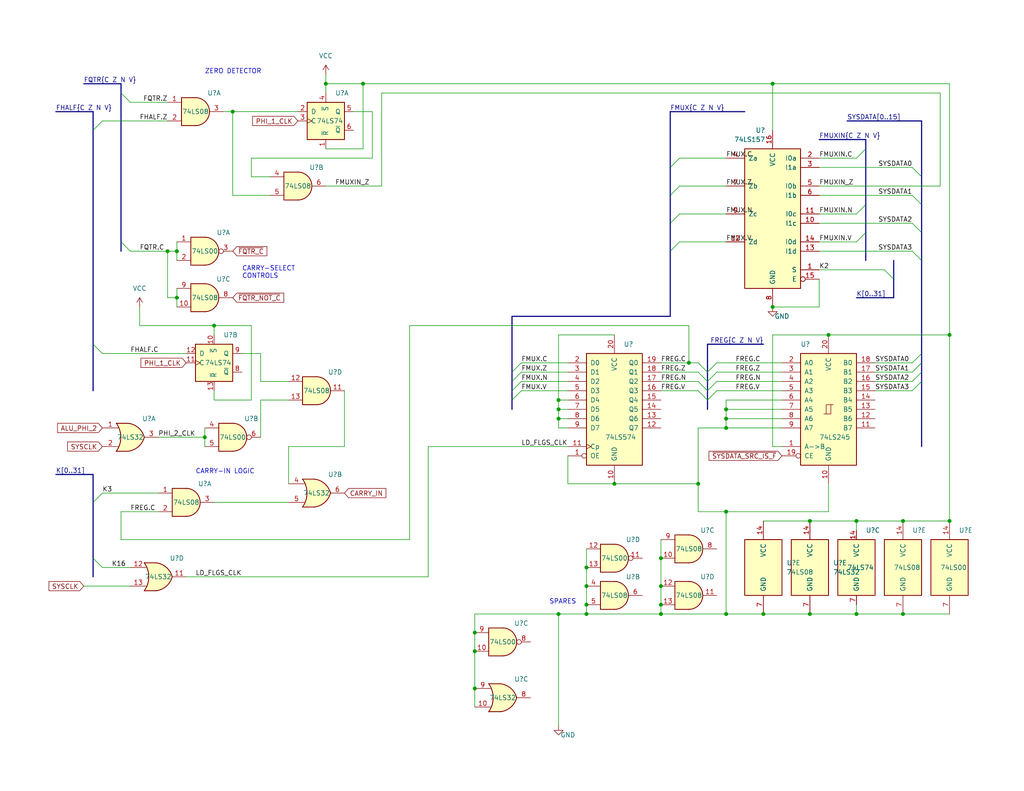
<source format=kicad_sch>
(kicad_sch (version 20211123) (generator eeschema)
  (paper "USLetter")
  (title_block (title "YARC ALU Controls") (comment 1 "All ICs are HC series regardless of P/N shown"))
  (lib_symbols
    (symbol "74xx:74LS00" (pin_names (offset 1.016))
      (property "Reference" "U" (at 0 1.27 0))
      (property "Value" "74LS00" (at 0 -1.27 0))
      (symbol "74LS00_1_1"
        (arc (start 0 -3.81) (mid 3.81 0) (end 0 3.81) (stroke (width 0.254)) (fill (type background)))
        (polyline (pts (xy 0 3.81) (xy -3.81 3.81) (xy -3.81 -3.81) (xy 0 -3.81)) (stroke (width 0.254)) (fill (type background)))
        (pin input line (at -7.62 2.54 0) (length 3.81) (name "~") (number "1"))
        (pin input line (at -7.62 -2.54 0) (length 3.81) (name "~") (number "2"))
        (pin output inverted (at 7.62 0 180) (length 3.81) (name "~") (number "3"))
      )
      (symbol "74LS00_1_2"
        (arc (start -3.81 -3.81) (mid -2.589 0) (end -3.81 3.81) (stroke (width 0.254)))
        (arc (start -0.6096 -3.81) (mid 2.1855 -2.584) (end 3.81 0) (stroke (width 0.254)) (fill (type background)))
        (polyline (pts (xy -3.81 -3.81) (xy -0.635 -3.81)) (stroke (width 0.254)) (fill (type background)))
        (polyline (pts (xy -3.81 3.81) (xy -0.635 3.81)) (stroke (width 0.254)) (fill (type background)))
        (polyline (pts (xy -0.635 3.81) (xy -3.81 3.81) (xy -3.81 3.81) (xy -3.556 3.4036) (xy -3.0226 2.2606) (xy -2.6924 1.0414) (xy -2.6162 -0.254) (xy -2.7686 -1.4986) (xy -3.175 -2.7178) (xy -3.81 -3.81) (xy -3.81 -3.81) (xy -0.635 -3.81)) (stroke (width -25.4)) (fill (type background)))
        (arc (start 3.81 0) (mid 2.1928 2.5925) (end -0.6096 3.81) (stroke (width 0.254)) (fill (type background)))
        (pin input inverted (at -7.62 2.54 0) (length 4.318) (name "~") (number "1"))
        (pin input inverted (at -7.62 -2.54 0) (length 4.318) (name "~") (number "2"))
        (pin output line (at 7.62 0 180) (length 3.81) (name "~") (number "3"))
      )
      (symbol "74LS00_2_1"
        (arc (start 0 -3.81) (mid 3.81 0) (end 0 3.81) (stroke (width 0.254)) (fill (type background)))
        (polyline (pts (xy 0 3.81) (xy -3.81 3.81) (xy -3.81 -3.81) (xy 0 -3.81)) (stroke (width 0.254)) (fill (type background)))
        (pin input line (at -7.62 2.54 0) (length 3.81) (name "~") (number "4"))
        (pin input line (at -7.62 -2.54 0) (length 3.81) (name "~") (number "5"))
        (pin output inverted (at 7.62 0 180) (length 3.81) (name "~") (number "6"))
      )
      (symbol "74LS00_2_2"
        (arc (start -3.81 -3.81) (mid -2.589 0) (end -3.81 3.81) (stroke (width 0.254)))
        (arc (start -0.6096 -3.81) (mid 2.1855 -2.584) (end 3.81 0) (stroke (width 0.254)) (fill (type background)))
        (polyline (pts (xy -3.81 -3.81) (xy -0.635 -3.81)) (stroke (width 0.254)) (fill (type background)))
        (polyline (pts (xy -3.81 3.81) (xy -0.635 3.81)) (stroke (width 0.254)) (fill (type background)))
        (polyline (pts (xy -0.635 3.81) (xy -3.81 3.81) (xy -3.81 3.81) (xy -3.556 3.4036) (xy -3.0226 2.2606) (xy -2.6924 1.0414) (xy -2.6162 -0.254) (xy -2.7686 -1.4986) (xy -3.175 -2.7178) (xy -3.81 -3.81) (xy -3.81 -3.81) (xy -0.635 -3.81)) (stroke (width -25.4)) (fill (type background)))
        (arc (start 3.81 0) (mid 2.1928 2.5925) (end -0.6096 3.81) (stroke (width 0.254)) (fill (type background)))
        (pin input inverted (at -7.62 2.54 0) (length 4.318) (name "~") (number "4"))
        (pin input inverted (at -7.62 -2.54 0) (length 4.318) (name "~") (number "5"))
        (pin output line (at 7.62 0 180) (length 3.81) (name "~") (number "6"))
      )
      (symbol "74LS00_3_1"
        (arc (start 0 -3.81) (mid 3.81 0) (end 0 3.81) (stroke (width 0.254)) (fill (type background)))
        (polyline (pts (xy 0 3.81) (xy -3.81 3.81) (xy -3.81 -3.81) (xy 0 -3.81)) (stroke (width 0.254)) (fill (type background)))
        (pin input line (at -7.62 -2.54 0) (length 3.81) (name "~") (number "10"))
        (pin output inverted (at 7.62 0 180) (length 3.81) (name "~") (number "8"))
        (pin input line (at -7.62 2.54 0) (length 3.81) (name "~") (number "9"))
      )
      (symbol "74LS00_3_2"
        (arc (start -3.81 -3.81) (mid -2.589 0) (end -3.81 3.81) (stroke (width 0.254)))
        (arc (start -0.6096 -3.81) (mid 2.1855 -2.584) (end 3.81 0) (stroke (width 0.254)) (fill (type background)))
        (polyline (pts (xy -3.81 -3.81) (xy -0.635 -3.81)) (stroke (width 0.254)) (fill (type background)))
        (polyline (pts (xy -3.81 3.81) (xy -0.635 3.81)) (stroke (width 0.254)) (fill (type background)))
        (polyline (pts (xy -0.635 3.81) (xy -3.81 3.81) (xy -3.81 3.81) (xy -3.556 3.4036) (xy -3.0226 2.2606) (xy -2.6924 1.0414) (xy -2.6162 -0.254) (xy -2.7686 -1.4986) (xy -3.175 -2.7178) (xy -3.81 -3.81) (xy -3.81 -3.81) (xy -0.635 -3.81)) (stroke (width -25.4)) (fill (type background)))
        (arc (start 3.81 0) (mid 2.1928 2.5925) (end -0.6096 3.81) (stroke (width 0.254)) (fill (type background)))
        (pin input inverted (at -7.62 -2.54 0) (length 4.318) (name "~") (number "10"))
        (pin output line (at 7.62 0 180) (length 3.81) (name "~") (number "8"))
        (pin input inverted (at -7.62 2.54 0) (length 4.318) (name "~") (number "9"))
      )
      (symbol "74LS00_4_1"
        (arc (start 0 -3.81) (mid 3.81 0) (end 0 3.81) (stroke (width 0.254)) (fill (type background)))
        (polyline (pts (xy 0 3.81) (xy -3.81 3.81) (xy -3.81 -3.81) (xy 0 -3.81)) (stroke (width 0.254)) (fill (type background)))
        (pin output inverted (at 7.62 0 180) (length 3.81) (name "~") (number "11"))
        (pin input line (at -7.62 2.54 0) (length 3.81) (name "~") (number "12"))
        (pin input line (at -7.62 -2.54 0) (length 3.81) (name "~") (number "13"))
      )
      (symbol "74LS00_4_2"
        (arc (start -3.81 -3.81) (mid -2.589 0) (end -3.81 3.81) (stroke (width 0.254)))
        (arc (start -0.6096 -3.81) (mid 2.1855 -2.584) (end 3.81 0) (stroke (width 0.254)) (fill (type background)))
        (polyline (pts (xy -3.81 -3.81) (xy -0.635 -3.81)) (stroke (width 0.254)) (fill (type background)))
        (polyline (pts (xy -3.81 3.81) (xy -0.635 3.81)) (stroke (width 0.254)) (fill (type background)))
        (polyline (pts (xy -0.635 3.81) (xy -3.81 3.81) (xy -3.81 3.81) (xy -3.556 3.4036) (xy -3.0226 2.2606) (xy -2.6924 1.0414) (xy -2.6162 -0.254) (xy -2.7686 -1.4986) (xy -3.175 -2.7178) (xy -3.81 -3.81) (xy -3.81 -3.81) (xy -0.635 -3.81)) (stroke (width -25.4)) (fill (type background)))
        (arc (start 3.81 0) (mid 2.1928 2.5925) (end -0.6096 3.81) (stroke (width 0.254)) (fill (type background)))
        (pin output line (at 7.62 0 180) (length 3.81) (name "~") (number "11"))
        (pin input inverted (at -7.62 2.54 0) (length 4.318) (name "~") (number "12"))
        (pin input inverted (at -7.62 -2.54 0) (length 4.318) (name "~") (number "13"))
      )
      (symbol "74LS00_5_0"
        (pin power_in line (at 0 12.7 270) (length 5.08) (name "VCC") (number "14"))
        (pin power_in line (at 0 -12.7 90) (length 5.08) (name "GND") (number "7"))
      )
      (symbol "74LS00_5_1"
        (rectangle (start -5.08 7.62) (end 5.08 -7.62) (stroke (width 0.254)) (fill (type background)))
      )
    )
    (symbol "74xx:74LS08" (pin_names (offset 1.016))
      (property "Reference" "U" (at 0 1.27 0))
      (property "Value" "74LS08" (at 0 -1.27 0))
      (symbol "74LS08_1_1"
        (arc (start 0 -3.81) (mid 3.81 0) (end 0 3.81) (stroke (width 0.254)) (fill (type background)))
        (polyline (pts (xy 0 3.81) (xy -3.81 3.81) (xy -3.81 -3.81) (xy 0 -3.81)) (stroke (width 0.254)) (fill (type background)))
        (pin input line (at -7.62 2.54 0) (length 3.81) (name "~") (number "1"))
        (pin input line (at -7.62 -2.54 0) (length 3.81) (name "~") (number "2"))
        (pin output line (at 7.62 0 180) (length 3.81) (name "~") (number "3"))
      )
      (symbol "74LS08_1_2"
        (arc (start -3.81 -3.81) (mid -2.589 0) (end -3.81 3.81) (stroke (width 0.254)))
        (arc (start -0.6096 -3.81) (mid 2.1855 -2.584) (end 3.81 0) (stroke (width 0.254)) (fill (type background)))
        (polyline (pts (xy -3.81 -3.81) (xy -0.635 -3.81)) (stroke (width 0.254)) (fill (type background)))
        (polyline (pts (xy -3.81 3.81) (xy -0.635 3.81)) (stroke (width 0.254)) (fill (type background)))
        (polyline (pts (xy -0.635 3.81) (xy -3.81 3.81) (xy -3.81 3.81) (xy -3.556 3.4036) (xy -3.0226 2.2606) (xy -2.6924 1.0414) (xy -2.6162 -0.254) (xy -2.7686 -1.4986) (xy -3.175 -2.7178) (xy -3.81 -3.81) (xy -3.81 -3.81) (xy -0.635 -3.81)) (stroke (width -25.4)) (fill (type background)))
        (arc (start 3.81 0) (mid 2.1928 2.5925) (end -0.6096 3.81) (stroke (width 0.254)) (fill (type background)))
        (pin input inverted (at -7.62 2.54 0) (length 4.318) (name "~") (number "1"))
        (pin input inverted (at -7.62 -2.54 0) (length 4.318) (name "~") (number "2"))
        (pin output inverted (at 7.62 0 180) (length 3.81) (name "~") (number "3"))
      )
      (symbol "74LS08_2_1"
        (arc (start 0 -3.81) (mid 3.81 0) (end 0 3.81) (stroke (width 0.254)) (fill (type background)))
        (polyline (pts (xy 0 3.81) (xy -3.81 3.81) (xy -3.81 -3.81) (xy 0 -3.81)) (stroke (width 0.254)) (fill (type background)))
        (pin input line (at -7.62 2.54 0) (length 3.81) (name "~") (number "4"))
        (pin input line (at -7.62 -2.54 0) (length 3.81) (name "~") (number "5"))
        (pin output line (at 7.62 0 180) (length 3.81) (name "~") (number "6"))
      )
      (symbol "74LS08_2_2"
        (arc (start -3.81 -3.81) (mid -2.589 0) (end -3.81 3.81) (stroke (width 0.254)))
        (arc (start -0.6096 -3.81) (mid 2.1855 -2.584) (end 3.81 0) (stroke (width 0.254)) (fill (type background)))
        (polyline (pts (xy -3.81 -3.81) (xy -0.635 -3.81)) (stroke (width 0.254)) (fill (type background)))
        (polyline (pts (xy -3.81 3.81) (xy -0.635 3.81)) (stroke (width 0.254)) (fill (type background)))
        (polyline (pts (xy -0.635 3.81) (xy -3.81 3.81) (xy -3.81 3.81) (xy -3.556 3.4036) (xy -3.0226 2.2606) (xy -2.6924 1.0414) (xy -2.6162 -0.254) (xy -2.7686 -1.4986) (xy -3.175 -2.7178) (xy -3.81 -3.81) (xy -3.81 -3.81) (xy -0.635 -3.81)) (stroke (width -25.4)) (fill (type background)))
        (arc (start 3.81 0) (mid 2.1928 2.5925) (end -0.6096 3.81) (stroke (width 0.254)) (fill (type background)))
        (pin input inverted (at -7.62 2.54 0) (length 4.318) (name "~") (number "4"))
        (pin input inverted (at -7.62 -2.54 0) (length 4.318) (name "~") (number "5"))
        (pin output inverted (at 7.62 0 180) (length 3.81) (name "~") (number "6"))
      )
      (symbol "74LS08_3_1"
        (arc (start 0 -3.81) (mid 3.81 0) (end 0 3.81) (stroke (width 0.254)) (fill (type background)))
        (polyline (pts (xy 0 3.81) (xy -3.81 3.81) (xy -3.81 -3.81) (xy 0 -3.81)) (stroke (width 0.254)) (fill (type background)))
        (pin input line (at -7.62 -2.54 0) (length 3.81) (name "~") (number "10"))
        (pin output line (at 7.62 0 180) (length 3.81) (name "~") (number "8"))
        (pin input line (at -7.62 2.54 0) (length 3.81) (name "~") (number "9"))
      )
      (symbol "74LS08_3_2"
        (arc (start -3.81 -3.81) (mid -2.589 0) (end -3.81 3.81) (stroke (width 0.254)))
        (arc (start -0.6096 -3.81) (mid 2.1855 -2.584) (end 3.81 0) (stroke (width 0.254)) (fill (type background)))
        (polyline (pts (xy -3.81 -3.81) (xy -0.635 -3.81)) (stroke (width 0.254)) (fill (type background)))
        (polyline (pts (xy -3.81 3.81) (xy -0.635 3.81)) (stroke (width 0.254)) (fill (type background)))
        (polyline (pts (xy -0.635 3.81) (xy -3.81 3.81) (xy -3.81 3.81) (xy -3.556 3.4036) (xy -3.0226 2.2606) (xy -2.6924 1.0414) (xy -2.6162 -0.254) (xy -2.7686 -1.4986) (xy -3.175 -2.7178) (xy -3.81 -3.81) (xy -3.81 -3.81) (xy -0.635 -3.81)) (stroke (width -25.4)) (fill (type background)))
        (arc (start 3.81 0) (mid 2.1928 2.5925) (end -0.6096 3.81) (stroke (width 0.254)) (fill (type background)))
        (pin input inverted (at -7.62 -2.54 0) (length 4.318) (name "~") (number "10"))
        (pin output inverted (at 7.62 0 180) (length 3.81) (name "~") (number "8"))
        (pin input inverted (at -7.62 2.54 0) (length 4.318) (name "~") (number "9"))
      )
      (symbol "74LS08_4_1"
        (arc (start 0 -3.81) (mid 3.81 0) (end 0 3.81) (stroke (width 0.254)) (fill (type background)))
        (polyline (pts (xy 0 3.81) (xy -3.81 3.81) (xy -3.81 -3.81) (xy 0 -3.81)) (stroke (width 0.254)) (fill (type background)))
        (pin output line (at 7.62 0 180) (length 3.81) (name "~") (number "11"))
        (pin input line (at -7.62 2.54 0) (length 3.81) (name "~") (number "12"))
        (pin input line (at -7.62 -2.54 0) (length 3.81) (name "~") (number "13"))
      )
      (symbol "74LS08_4_2"
        (arc (start -3.81 -3.81) (mid -2.589 0) (end -3.81 3.81) (stroke (width 0.254)))
        (arc (start -0.6096 -3.81) (mid 2.1855 -2.584) (end 3.81 0) (stroke (width 0.254)) (fill (type background)))
        (polyline (pts (xy -3.81 -3.81) (xy -0.635 -3.81)) (stroke (width 0.254)) (fill (type background)))
        (polyline (pts (xy -3.81 3.81) (xy -0.635 3.81)) (stroke (width 0.254)) (fill (type background)))
        (polyline (pts (xy -0.635 3.81) (xy -3.81 3.81) (xy -3.81 3.81) (xy -3.556 3.4036) (xy -3.0226 2.2606) (xy -2.6924 1.0414) (xy -2.6162 -0.254) (xy -2.7686 -1.4986) (xy -3.175 -2.7178) (xy -3.81 -3.81) (xy -3.81 -3.81) (xy -0.635 -3.81)) (stroke (width -25.4)) (fill (type background)))
        (arc (start 3.81 0) (mid 2.1928 2.5925) (end -0.6096 3.81) (stroke (width 0.254)) (fill (type background)))
        (pin output inverted (at 7.62 0 180) (length 3.81) (name "~") (number "11"))
        (pin input inverted (at -7.62 2.54 0) (length 4.318) (name "~") (number "12"))
        (pin input inverted (at -7.62 -2.54 0) (length 4.318) (name "~") (number "13"))
      )
      (symbol "74LS08_5_0"
        (pin power_in line (at 0 12.7 270) (length 5.08) (name "VCC") (number "14"))
        (pin power_in line (at 0 -12.7 90) (length 5.08) (name "GND") (number "7"))
      )
      (symbol "74LS08_5_1"
        (rectangle (start -5.08 7.62) (end 5.08 -7.62) (stroke (width 0.254)) (fill (type background)))
      )
    )
    (symbol "74xx:74LS157" (pin_names (offset 1.016))
      (property "Reference" "U" (at -7.62 19.05 0))
      (property "Value" "74LS157" (at -7.62 -21.59 0))
      (symbol "74LS157_1_0"
        (pin input line (at -12.7 -15.24 0) (length 5.08) (name "S") (number "1"))
        (pin input line (at -12.7 -2.54 0) (length 5.08) (name "I1c") (number "10"))
        (pin input line (at -12.7 0 0) (length 5.08) (name "I0c") (number "11"))
        (pin output line (at 12.7 -7.62 180) (length 5.08) (name "Zd") (number "12"))
        (pin input line (at -12.7 -10.16 0) (length 5.08) (name "I1d") (number "13"))
        (pin input line (at -12.7 -7.62 0) (length 5.08) (name "I0d") (number "14"))
        (pin input inverted (at -12.7 -17.78 0) (length 5.08) (name "E") (number "15"))
        (pin power_in line (at 0 22.86 270) (length 5.08) (name "VCC") (number "16"))
        (pin input line (at -12.7 15.24 0) (length 5.08) (name "I0a") (number "2"))
        (pin input line (at -12.7 12.7 0) (length 5.08) (name "I1a") (number "3"))
        (pin output line (at 12.7 15.24 180) (length 5.08) (name "Za") (number "4"))
        (pin input line (at -12.7 7.62 0) (length 5.08) (name "I0b") (number "5"))
        (pin input line (at -12.7 5.08 0) (length 5.08) (name "I1b") (number "6"))
        (pin output line (at 12.7 7.62 180) (length 5.08) (name "Zb") (number "7"))
        (pin power_in line (at 0 -25.4 90) (length 5.08) (name "GND") (number "8"))
        (pin output line (at 12.7 0 180) (length 5.08) (name "Zc") (number "9"))
      )
      (symbol "74LS157_1_1"
        (rectangle (start -7.62 17.78) (end 7.62 -20.32) (stroke (width 0.254)) (fill (type background)))
      )
    )
    (symbol "74xx:74LS245" (pin_names (offset 1.016))
      (property "Reference" "U" (at -7.62 16.51 0))
      (property "Value" "74LS245" (at -7.62 -16.51 0))
      (symbol "74LS245_1_0"
        (polyline (pts (xy -0.635 -1.27) (xy -0.635 1.27) (xy 0.635 1.27)))
        (polyline (pts (xy -1.27 -1.27) (xy 0.635 -1.27) (xy 0.635 1.27) (xy 1.27 1.27)))
        (pin input line (at -12.7 -10.16 0) (length 5.08) (name "A->B") (number "1"))
        (pin power_in line (at 0 -20.32 90) (length 5.08) (name "GND") (number "10"))
        (pin tri_state line (at 12.7 -5.08 180) (length 5.08) (name "B7") (number "11"))
        (pin tri_state line (at 12.7 -2.54 180) (length 5.08) (name "B6") (number "12"))
        (pin tri_state line (at 12.7 0 180) (length 5.08) (name "B5") (number "13"))
        (pin tri_state line (at 12.7 2.54 180) (length 5.08) (name "B4") (number "14"))
        (pin tri_state line (at 12.7 5.08 180) (length 5.08) (name "B3") (number "15"))
        (pin tri_state line (at 12.7 7.62 180) (length 5.08) (name "B2") (number "16"))
        (pin tri_state line (at 12.7 10.16 180) (length 5.08) (name "B1") (number "17"))
        (pin tri_state line (at 12.7 12.7 180) (length 5.08) (name "B0") (number "18"))
        (pin input inverted (at -12.7 -12.7 0) (length 5.08) (name "CE") (number "19"))
        (pin tri_state line (at -12.7 12.7 0) (length 5.08) (name "A0") (number "2"))
        (pin power_in line (at 0 20.32 270) (length 5.08) (name "VCC") (number "20"))
        (pin tri_state line (at -12.7 10.16 0) (length 5.08) (name "A1") (number "3"))
        (pin tri_state line (at -12.7 7.62 0) (length 5.08) (name "A2") (number "4"))
        (pin tri_state line (at -12.7 5.08 0) (length 5.08) (name "A3") (number "5"))
        (pin tri_state line (at -12.7 2.54 0) (length 5.08) (name "A4") (number "6"))
        (pin tri_state line (at -12.7 0 0) (length 5.08) (name "A5") (number "7"))
        (pin tri_state line (at -12.7 -2.54 0) (length 5.08) (name "A6") (number "8"))
        (pin tri_state line (at -12.7 -5.08 0) (length 5.08) (name "A7") (number "9"))
      )
      (symbol "74LS245_1_1"
        (rectangle (start -7.62 15.24) (end 7.62 -15.24) (stroke (width 0.254)) (fill (type background)))
      )
    )
    (symbol "74xx:74LS32" (pin_names (offset 1.016))
      (property "Reference" "U" (at 0 1.27 0))
      (property "Value" "74LS32" (at 0 -1.27 0))
      (symbol "74LS32_1_1"
        (arc (start -3.81 -3.81) (mid -2.589 0) (end -3.81 3.81) (stroke (width 0.254)))
        (arc (start -0.6096 -3.81) (mid 2.1855 -2.584) (end 3.81 0) (stroke (width 0.254)) (fill (type background)))
        (polyline (pts (xy -3.81 -3.81) (xy -0.635 -3.81)) (stroke (width 0.254)) (fill (type background)))
        (polyline (pts (xy -3.81 3.81) (xy -0.635 3.81)) (stroke (width 0.254)) (fill (type background)))
        (polyline (pts (xy -0.635 3.81) (xy -3.81 3.81) (xy -3.81 3.81) (xy -3.556 3.4036) (xy -3.0226 2.2606) (xy -2.6924 1.0414) (xy -2.6162 -0.254) (xy -2.7686 -1.4986) (xy -3.175 -2.7178) (xy -3.81 -3.81) (xy -3.81 -3.81) (xy -0.635 -3.81)) (stroke (width -25.4)) (fill (type background)))
        (arc (start 3.81 0) (mid 2.1928 2.5925) (end -0.6096 3.81) (stroke (width 0.254)) (fill (type background)))
        (pin input line (at -7.62 2.54 0) (length 4.318) (name "~") (number "1"))
        (pin input line (at -7.62 -2.54 0) (length 4.318) (name "~") (number "2"))
        (pin output line (at 7.62 0 180) (length 3.81) (name "~") (number "3"))
      )
      (symbol "74LS32_1_2"
        (arc (start 0 -3.81) (mid 3.81 0) (end 0 3.81) (stroke (width 0.254)) (fill (type background)))
        (polyline (pts (xy 0 3.81) (xy -3.81 3.81) (xy -3.81 -3.81) (xy 0 -3.81)) (stroke (width 0.254)) (fill (type background)))
        (pin input inverted (at -7.62 2.54 0) (length 3.81) (name "~") (number "1"))
        (pin input inverted (at -7.62 -2.54 0) (length 3.81) (name "~") (number "2"))
        (pin output inverted (at 7.62 0 180) (length 3.81) (name "~") (number "3"))
      )
      (symbol "74LS32_2_1"
        (arc (start -3.81 -3.81) (mid -2.589 0) (end -3.81 3.81) (stroke (width 0.254)))
        (arc (start -0.6096 -3.81) (mid 2.1855 -2.584) (end 3.81 0) (stroke (width 0.254)) (fill (type background)))
        (polyline (pts (xy -3.81 -3.81) (xy -0.635 -3.81)) (stroke (width 0.254)) (fill (type background)))
        (polyline (pts (xy -3.81 3.81) (xy -0.635 3.81)) (stroke (width 0.254)) (fill (type background)))
        (polyline (pts (xy -0.635 3.81) (xy -3.81 3.81) (xy -3.81 3.81) (xy -3.556 3.4036) (xy -3.0226 2.2606) (xy -2.6924 1.0414) (xy -2.6162 -0.254) (xy -2.7686 -1.4986) (xy -3.175 -2.7178) (xy -3.81 -3.81) (xy -3.81 -3.81) (xy -0.635 -3.81)) (stroke (width -25.4)) (fill (type background)))
        (arc (start 3.81 0) (mid 2.1928 2.5925) (end -0.6096 3.81) (stroke (width 0.254)) (fill (type background)))
        (pin input line (at -7.62 2.54 0) (length 4.318) (name "~") (number "4"))
        (pin input line (at -7.62 -2.54 0) (length 4.318) (name "~") (number "5"))
        (pin output line (at 7.62 0 180) (length 3.81) (name "~") (number "6"))
      )
      (symbol "74LS32_2_2"
        (arc (start 0 -3.81) (mid 3.81 0) (end 0 3.81) (stroke (width 0.254)) (fill (type background)))
        (polyline (pts (xy 0 3.81) (xy -3.81 3.81) (xy -3.81 -3.81) (xy 0 -3.81)) (stroke (width 0.254)) (fill (type background)))
        (pin input inverted (at -7.62 2.54 0) (length 3.81) (name "~") (number "4"))
        (pin input inverted (at -7.62 -2.54 0) (length 3.81) (name "~") (number "5"))
        (pin output inverted (at 7.62 0 180) (length 3.81) (name "~") (number "6"))
      )
      (symbol "74LS32_3_1"
        (arc (start -3.81 -3.81) (mid -2.589 0) (end -3.81 3.81) (stroke (width 0.254)))
        (arc (start -0.6096 -3.81) (mid 2.1855 -2.584) (end 3.81 0) (stroke (width 0.254)) (fill (type background)))
        (polyline (pts (xy -3.81 -3.81) (xy -0.635 -3.81)) (stroke (width 0.254)) (fill (type background)))
        (polyline (pts (xy -3.81 3.81) (xy -0.635 3.81)) (stroke (width 0.254)) (fill (type background)))
        (polyline (pts (xy -0.635 3.81) (xy -3.81 3.81) (xy -3.81 3.81) (xy -3.556 3.4036) (xy -3.0226 2.2606) (xy -2.6924 1.0414) (xy -2.6162 -0.254) (xy -2.7686 -1.4986) (xy -3.175 -2.7178) (xy -3.81 -3.81) (xy -3.81 -3.81) (xy -0.635 -3.81)) (stroke (width -25.4)) (fill (type background)))
        (arc (start 3.81 0) (mid 2.1928 2.5925) (end -0.6096 3.81) (stroke (width 0.254)) (fill (type background)))
        (pin input line (at -7.62 -2.54 0) (length 4.318) (name "~") (number "10"))
        (pin output line (at 7.62 0 180) (length 3.81) (name "~") (number "8"))
        (pin input line (at -7.62 2.54 0) (length 4.318) (name "~") (number "9"))
      )
      (symbol "74LS32_3_2"
        (arc (start 0 -3.81) (mid 3.81 0) (end 0 3.81) (stroke (width 0.254)) (fill (type background)))
        (polyline (pts (xy 0 3.81) (xy -3.81 3.81) (xy -3.81 -3.81) (xy 0 -3.81)) (stroke (width 0.254)) (fill (type background)))
        (pin input inverted (at -7.62 -2.54 0) (length 3.81) (name "~") (number "10"))
        (pin output inverted (at 7.62 0 180) (length 3.81) (name "~") (number "8"))
        (pin input inverted (at -7.62 2.54 0) (length 3.81) (name "~") (number "9"))
      )
      (symbol "74LS32_4_1"
        (arc (start -3.81 -3.81) (mid -2.589 0) (end -3.81 3.81) (stroke (width 0.254)))
        (arc (start -0.6096 -3.81) (mid 2.1855 -2.584) (end 3.81 0) (stroke (width 0.254)) (fill (type background)))
        (polyline (pts (xy -3.81 -3.81) (xy -0.635 -3.81)) (stroke (width 0.254)) (fill (type background)))
        (polyline (pts (xy -3.81 3.81) (xy -0.635 3.81)) (stroke (width 0.254)) (fill (type background)))
        (polyline (pts (xy -0.635 3.81) (xy -3.81 3.81) (xy -3.81 3.81) (xy -3.556 3.4036) (xy -3.0226 2.2606) (xy -2.6924 1.0414) (xy -2.6162 -0.254) (xy -2.7686 -1.4986) (xy -3.175 -2.7178) (xy -3.81 -3.81) (xy -3.81 -3.81) (xy -0.635 -3.81)) (stroke (width -25.4)) (fill (type background)))
        (arc (start 3.81 0) (mid 2.1928 2.5925) (end -0.6096 3.81) (stroke (width 0.254)) (fill (type background)))
        (pin output line (at 7.62 0 180) (length 3.81) (name "~") (number "11"))
        (pin input line (at -7.62 2.54 0) (length 4.318) (name "~") (number "12"))
        (pin input line (at -7.62 -2.54 0) (length 4.318) (name "~") (number "13"))
      )
      (symbol "74LS32_4_2"
        (arc (start 0 -3.81) (mid 3.81 0) (end 0 3.81) (stroke (width 0.254)) (fill (type background)))
        (polyline (pts (xy 0 3.81) (xy -3.81 3.81) (xy -3.81 -3.81) (xy 0 -3.81)) (stroke (width 0.254)) (fill (type background)))
        (pin output inverted (at 7.62 0 180) (length 3.81) (name "~") (number "11"))
        (pin input inverted (at -7.62 2.54 0) (length 3.81) (name "~") (number "12"))
        (pin input inverted (at -7.62 -2.54 0) (length 3.81) (name "~") (number "13"))
      )
      (symbol "74LS32_5_0"
        (pin power_in line (at 0 12.7 270) (length 5.08) (name "VCC") (number "14"))
        (pin power_in line (at 0 -12.7 90) (length 5.08) (name "GND") (number "7"))
      )
      (symbol "74LS32_5_1"
        (rectangle (start -5.08 7.62) (end 5.08 -7.62) (stroke (width 0.254)) (fill (type background)))
      )
    )
    (symbol "74xx:74LS574" (pin_names (offset 1.016))
      (property "Reference" "U" (at -7.62 16.51 0))
      (property "Value" "74LS574" (at -7.62 -16.51 0))
      (symbol "74LS574_1_0"
        (pin input inverted (at -12.7 -12.7 0) (length 5.08) (name "OE") (number "1"))
        (pin power_in line (at 0 -20.32 90) (length 5.08) (name "GND") (number "10"))
        (pin input clock (at -12.7 -10.16 0) (length 5.08) (name "Cp") (number "11"))
        (pin tri_state line (at 12.7 -5.08 180) (length 5.08) (name "Q7") (number "12"))
        (pin tri_state line (at 12.7 -2.54 180) (length 5.08) (name "Q6") (number "13"))
        (pin tri_state line (at 12.7 0 180) (length 5.08) (name "Q5") (number "14"))
        (pin tri_state line (at 12.7 2.54 180) (length 5.08) (name "Q4") (number "15"))
        (pin tri_state line (at 12.7 5.08 180) (length 5.08) (name "Q3") (number "16"))
        (pin tri_state line (at 12.7 7.62 180) (length 5.08) (name "Q2") (number "17"))
        (pin tri_state line (at 12.7 10.16 180) (length 5.08) (name "Q1") (number "18"))
        (pin tri_state line (at 12.7 12.7 180) (length 5.08) (name "Q0") (number "19"))
        (pin input line (at -12.7 12.7 0) (length 5.08) (name "D0") (number "2"))
        (pin power_in line (at 0 20.32 270) (length 5.08) (name "VCC") (number "20"))
        (pin input line (at -12.7 10.16 0) (length 5.08) (name "D1") (number "3"))
        (pin input line (at -12.7 7.62 0) (length 5.08) (name "D2") (number "4"))
        (pin input line (at -12.7 5.08 0) (length 5.08) (name "D3") (number "5"))
        (pin input line (at -12.7 2.54 0) (length 5.08) (name "D4") (number "6"))
        (pin input line (at -12.7 0 0) (length 5.08) (name "D5") (number "7"))
        (pin input line (at -12.7 -2.54 0) (length 5.08) (name "D6") (number "8"))
        (pin input line (at -12.7 -5.08 0) (length 5.08) (name "D7") (number "9"))
      )
      (symbol "74LS574_1_1"
        (rectangle (start -7.62 15.24) (end 7.62 -15.24) (stroke (width 0.254)) (fill (type background)))
      )
    )
    (symbol "74xx:74LS74" (pin_names (offset 1.016))
      (property "Reference" "U" (at -7.62 8.89 0))
      (property "Value" "74LS74" (at -7.62 -8.89 0))
      (symbol "74LS74_1_0"
        (pin input line (at 0 -7.62 90) (length 2.54) (name "~{R}") (number "1"))
        (pin input line (at -7.62 2.54 0) (length 2.54) (name "D") (number "2"))
        (pin input clock (at -7.62 0 0) (length 2.54) (name "C") (number "3"))
        (pin input line (at 0 7.62 270) (length 2.54) (name "~{S}") (number "4"))
        (pin output line (at 7.62 2.54 180) (length 2.54) (name "Q") (number "5"))
        (pin output line (at 7.62 -2.54 180) (length 2.54) (name "~{Q}") (number "6"))
      )
      (symbol "74LS74_1_1"
        (rectangle (start -5.08 5.08) (end 5.08 -5.08) (stroke (width 0.254)) (fill (type background)))
      )
      (symbol "74LS74_2_0"
        (pin input line (at 0 7.62 270) (length 2.54) (name "~{S}") (number "10"))
        (pin input clock (at -7.62 0 0) (length 2.54) (name "C") (number "11"))
        (pin input line (at -7.62 2.54 0) (length 2.54) (name "D") (number "12"))
        (pin input line (at 0 -7.62 90) (length 2.54) (name "~{R}") (number "13"))
        (pin output line (at 7.62 -2.54 180) (length 2.54) (name "~{Q}") (number "8"))
        (pin output line (at 7.62 2.54 180) (length 2.54) (name "Q") (number "9"))
      )
      (symbol "74LS74_2_1"
        (rectangle (start -5.08 5.08) (end 5.08 -5.08) (stroke (width 0.254)) (fill (type background)))
      )
      (symbol "74LS74_3_0"
        (pin power_in line (at 0 10.16 270) (length 2.54) (name "VCC") (number "14"))
        (pin power_in line (at 0 -10.16 90) (length 2.54) (name "GND") (number "7"))
      )
      (symbol "74LS74_3_1"
        (rectangle (start -5.08 7.62) (end 5.08 -7.62) (stroke (width 0.254)) (fill (type background)))
      )
    )
    (symbol "power:GND" (power) (pin_names (offset 0))
      (property "Value" "GND" (at 0 -3.81 0))
      (symbol "GND_0_1"
        (polyline (pts (xy 0 0) (xy 0 -1.27) (xy 1.27 -1.27) (xy 0 -2.54) (xy -1.27 -1.27) (xy 0 -1.27)))
      )
      (symbol "GND_1_1"
        (pin power_in line (at 0 0 270) (length 0) hide (name "GND") (number "1"))
      )
    )
    (symbol "power:VCC" (power) (pin_names (offset 0))
      (property "Value" "VCC" (at 0 3.81 0))
      (symbol "VCC_0_1"
        (polyline (pts (xy -0.762 1.27) (xy 0 2.54)))
        (polyline (pts (xy 0 0) (xy 0 2.54)))
        (polyline (pts (xy 0 2.54) (xy 0.762 1.27)))
      )
      (symbol "VCC_1_1"
        (pin power_in line (at 0 0 90) (length 0) hide (name "VCC") (number "1"))
      )
    )
  )
  (junction (at 152.4 111.76))
  (junction (at 246.38 167.64))
  (junction (at 259.08 142.24))
  (junction (at 259.08 91.44))
  (junction (at 99.06 22.86))
  (junction (at 233.68 142.24))
  (junction (at 198.12 139.7))
  (junction (at 88.9 22.86))
  (junction (at 210.82 22.86))
  (junction (at 152.4 167.64))
  (junction (at 220.98 167.64))
  (junction (at 45.72 68.58))
  (junction (at 48.26 81.28))
  (junction (at 167.64 132.08))
  (junction (at 129.54 172.72))
  (junction (at 129.54 187.96))
  (junction (at 152.4 114.3))
  (junction (at 220.98 142.24))
  (junction (at 129.54 177.8))
  (junction (at 180.34 167.64))
  (junction (at 187.96 99.06))
  (junction (at 210.82 83.82))
  (junction (at 208.28 167.64))
  (junction (at 160.02 165.1))
  (junction (at 180.34 165.1))
  (junction (at 48.26 68.58))
  (junction (at 180.34 152.4))
  (junction (at 198.12 111.76))
  (junction (at 198.12 116.84))
  (junction (at 190.5 132.08))
  (junction (at 55.88 119.38))
  (junction (at 152.4 109.22))
  (junction (at 198.12 114.3))
  (junction (at 226.06 91.44))
  (junction (at 233.68 167.64))
  (junction (at 160.02 167.64))
  (junction (at 160.02 154.94))
  (junction (at 198.12 167.64))
  (junction (at 58.42 88.9))
  (junction (at 180.34 160.02))
  (junction (at 246.38 142.24))
  (junction (at 160.02 160.02))
  (junction (at 63.5 30.48))
  (bus_entry (at 182.88 60.96) (size 2.54 -2.54))
  (bus_entry (at 251.46 48.26) (size -2.54 -2.54))
  (bus_entry (at 193.04 101.6) (size 2.54 -2.54))
  (bus_entry (at 139.7 101.6) (size 2.54 -2.54))
  (bus_entry (at 139.7 106.68) (size 2.54 -2.54))
  (bus_entry (at 251.46 55.88) (size -2.54 -2.54))
  (bus_entry (at 251.46 99.06) (size -2.54 2.54))
  (bus_entry (at 193.04 109.22) (size 2.54 -2.54))
  (bus_entry (at 193.04 104.14) (size -2.54 -2.54))
  (bus_entry (at 25.4 35.56) (size 2.54 -2.54))
  (bus_entry (at 193.04 101.6) (size -2.54 -2.54))
  (bus_entry (at 251.46 104.14) (size -2.54 2.54))
  (bus_entry (at 193.04 106.68) (size -2.54 -2.54))
  (bus_entry (at 33.02 66.04) (size 2.54 2.54))
  (bus_entry (at 236.22 63.5) (size -2.54 2.54))
  (bus_entry (at 193.04 104.14) (size 2.54 -2.54))
  (bus_entry (at 182.88 45.72) (size 2.54 -2.54))
  (bus_entry (at 236.22 40.64) (size -2.54 2.54))
  (bus_entry (at 193.04 106.68) (size 2.54 -2.54))
  (bus_entry (at 25.4 152.4) (size 2.54 2.54))
  (bus_entry (at 139.7 104.14) (size 2.54 -2.54))
  (bus_entry (at 182.88 68.58) (size 2.54 -2.54))
  (bus_entry (at 139.7 109.22) (size 2.54 -2.54))
  (bus_entry (at 243.84 76.2) (size -2.54 -2.54))
  (bus_entry (at 251.46 96.52) (size -2.54 2.54))
  (bus_entry (at 251.46 101.6) (size -2.54 2.54))
  (bus_entry (at 33.02 25.4) (size 2.54 2.54))
  (bus_entry (at 25.4 93.98) (size 2.54 2.54))
  (bus_entry (at 182.88 53.34) (size 2.54 -2.54))
  (bus_entry (at 251.46 71.12) (size -2.54 -2.54))
  (bus_entry (at 25.4 137.16) (size 2.54 -2.54))
  (bus_entry (at 236.22 55.88) (size -2.54 2.54))
  (bus_entry (at 251.46 63.5) (size -2.54 -2.54))
  (bus_entry (at 193.04 109.22) (size -2.54 -2.54))
  (wire (pts (xy 88.9 25.4) (xy 88.9 22.86)))
  (wire (pts (xy 259.08 167.64) (xy 246.38 167.64)))
  (wire (pts (xy 208.28 142.24) (xy 220.98 142.24)))
  (wire (pts (xy 233.68 165.1) (xy 233.68 167.64)))
  (bus (pts (xy 233.68 81.28) (xy 243.84 81.28)))
  (bus (pts (xy 15.24 30.48) (xy 25.4 30.48)))
  (wire (pts (xy 88.9 50.8) (xy 104.14 50.8)))
  (wire (pts (xy 43.18 119.38) (xy 55.88 119.38)))
  (wire (pts (xy 45.72 68.58) (xy 48.26 68.58)))
  (wire (pts (xy 71.12 109.22) (xy 78.74 109.22)))
  (wire (pts (xy 55.88 119.38) (xy 55.88 121.92)))
  (wire (pts (xy 152.4 116.84) (xy 152.4 114.3)))
  (bus (pts (xy 223.52 38.1) (xy 236.22 38.1)))
  (wire (pts (xy 27.94 154.94) (xy 35.56 154.94)))
  (wire (pts (xy 185.42 50.8) (xy 198.12 50.8)))
  (wire (pts (xy 48.26 68.58) (xy 48.26 71.12)))
  (wire (pts (xy 233.68 66.04) (xy 223.52 66.04)))
  (wire (pts (xy 198.12 109.22) (xy 198.12 111.76)))
  (wire (pts (xy 50.8 157.48) (xy 116.84 157.48)))
  (bus (pts (xy 203.2 30.48) (xy 182.88 30.48)))
  (bus (pts (xy 193.04 106.68) (xy 193.04 109.22)))
  (wire (pts (xy 185.42 66.04) (xy 198.12 66.04)))
  (wire (pts (xy 43.18 139.7) (xy 33.02 139.7)))
  (wire (pts (xy 223.52 68.58) (xy 248.92 68.58)))
  (wire (pts (xy 68.58 43.18) (xy 68.58 48.26)))
  (wire (pts (xy 248.92 101.6) (xy 238.76 101.6)))
  (wire (pts (xy 63.5 53.34) (xy 63.5 30.48)))
  (bus (pts (xy 231.14 33.02) (xy 251.46 33.02)))
  (wire (pts (xy 190.5 139.7) (xy 198.12 139.7)))
  (wire (pts (xy 213.36 111.76) (xy 198.12 111.76)))
  (wire (pts (xy 152.4 114.3) (xy 152.4 111.76)))
  (wire (pts (xy 185.42 43.18) (xy 198.12 43.18)))
  (wire (pts (xy 104.14 50.8) (xy 104.14 25.4)))
  (wire (pts (xy 93.98 106.68) (xy 93.98 121.92)))
  (bus (pts (xy 139.7 104.14) (xy 139.7 106.68)))
  (wire (pts (xy 48.26 83.82) (xy 48.26 81.28)))
  (wire (pts (xy 198.12 114.3) (xy 198.12 116.84)))
  (wire (pts (xy 96.52 30.48) (xy 101.6 30.48)))
  (wire (pts (xy 33.02 147.32) (xy 111.76 147.32)))
  (bus (pts (xy 193.04 93.98) (xy 208.28 93.98)))
  (bus (pts (xy 193.04 109.22) (xy 193.04 111.76)))
  (wire (pts (xy 223.52 83.82) (xy 210.82 83.82)))
  (wire (pts (xy 38.1 83.82) (xy 38.1 88.9)))
  (wire (pts (xy 58.42 137.16) (xy 78.74 137.16)))
  (wire (pts (xy 93.98 121.92) (xy 78.74 121.92)))
  (wire (pts (xy 190.5 132.08) (xy 190.5 139.7)))
  (wire (pts (xy 190.5 101.6) (xy 180.34 101.6)))
  (wire (pts (xy 246.38 167.64) (xy 233.68 167.64)))
  (wire (pts (xy 33.02 139.7) (xy 33.02 147.32)))
  (wire (pts (xy 210.82 121.92) (xy 210.82 91.44)))
  (wire (pts (xy 48.26 81.28) (xy 48.26 78.74)))
  (wire (pts (xy 58.42 109.22) (xy 58.42 106.68)))
  (wire (pts (xy 259.08 91.44) (xy 259.08 142.24)))
  (wire (pts (xy 190.5 106.68) (xy 180.34 106.68)))
  (wire (pts (xy 73.66 53.34) (xy 63.5 53.34)))
  (wire (pts (xy 58.42 88.9) (xy 68.58 88.9)))
  (wire (pts (xy 88.9 22.86) (xy 88.9 20.32)))
  (bus (pts (xy 139.7 106.68) (xy 139.7 109.22)))
  (wire (pts (xy 233.68 144.78) (xy 233.68 142.24)))
  (wire (pts (xy 256.54 25.4) (xy 256.54 50.8)))
  (bus (pts (xy 22.86 22.86) (xy 33.02 22.86)))
  (wire (pts (xy 154.94 114.3) (xy 152.4 114.3)))
  (wire (pts (xy 180.34 160.02) (xy 180.34 165.1)))
  (wire (pts (xy 63.5 30.48) (xy 81.28 30.48)))
  (bus (pts (xy 25.4 129.54) (xy 25.4 137.16)))
  (wire (pts (xy 99.06 22.86) (xy 88.9 22.86)))
  (bus (pts (xy 182.88 53.34) (xy 182.88 60.96)))
  (wire (pts (xy 248.92 99.06) (xy 238.76 99.06)))
  (bus (pts (xy 33.02 22.86) (xy 33.02 25.4)))
  (wire (pts (xy 210.82 91.44) (xy 226.06 91.44)))
  (wire (pts (xy 223.52 53.34) (xy 248.92 53.34)))
  (wire (pts (xy 160.02 160.02) (xy 160.02 165.1)))
  (wire (pts (xy 68.58 43.18) (xy 101.6 43.18)))
  (wire (pts (xy 220.98 167.64) (xy 208.28 167.64)))
  (bus (pts (xy 25.4 30.48) (xy 25.4 35.56)))
  (bus (pts (xy 251.46 71.12) (xy 251.46 96.52)))
  (wire (pts (xy 160.02 165.1) (xy 160.02 167.64)))
  (wire (pts (xy 213.36 121.92) (xy 210.82 121.92)))
  (wire (pts (xy 187.96 88.9) (xy 187.96 99.06)))
  (wire (pts (xy 71.12 119.38) (xy 71.12 109.22)))
  (bus (pts (xy 139.7 86.36) (xy 139.7 101.6)))
  (wire (pts (xy 180.34 165.1) (xy 180.34 167.64)))
  (wire (pts (xy 152.4 198.12) (xy 152.4 167.64)))
  (wire (pts (xy 129.54 177.8) (xy 129.54 172.72)))
  (wire (pts (xy 198.12 139.7) (xy 226.06 139.7)))
  (wire (pts (xy 154.94 104.14) (xy 142.24 104.14)))
  (wire (pts (xy 154.94 99.06) (xy 142.24 99.06)))
  (wire (pts (xy 259.08 91.44) (xy 259.08 22.86)))
  (wire (pts (xy 198.12 139.7) (xy 198.12 167.64)))
  (wire (pts (xy 154.94 116.84) (xy 152.4 116.84)))
  (wire (pts (xy 116.84 121.92) (xy 154.94 121.92)))
  (wire (pts (xy 195.58 101.6) (xy 213.36 101.6)))
  (wire (pts (xy 223.52 45.72) (xy 248.92 45.72)))
  (wire (pts (xy 223.52 60.96) (xy 248.92 60.96)))
  (wire (pts (xy 152.4 167.64) (xy 160.02 167.64)))
  (wire (pts (xy 195.58 104.14) (xy 213.36 104.14)))
  (wire (pts (xy 71.12 96.52) (xy 71.12 104.14)))
  (wire (pts (xy 154.94 101.6) (xy 142.24 101.6)))
  (wire (pts (xy 27.94 33.02) (xy 45.72 33.02)))
  (wire (pts (xy 101.6 30.48) (xy 101.6 43.18)))
  (wire (pts (xy 185.42 58.42) (xy 198.12 58.42)))
  (bus (pts (xy 139.7 109.22) (xy 139.7 111.76)))
  (bus (pts (xy 251.46 63.5) (xy 251.46 71.12)))
  (wire (pts (xy 55.88 116.84) (xy 55.88 119.38)))
  (wire (pts (xy 111.76 147.32) (xy 111.76 88.9)))
  (wire (pts (xy 213.36 114.3) (xy 198.12 114.3)))
  (wire (pts (xy 35.56 68.58) (xy 45.72 68.58)))
  (bus (pts (xy 251.46 48.26) (xy 251.46 55.88)))
  (bus (pts (xy 182.88 86.36) (xy 139.7 86.36)))
  (wire (pts (xy 152.4 111.76) (xy 152.4 109.22)))
  (bus (pts (xy 193.04 101.6) (xy 193.04 104.14)))
  (wire (pts (xy 190.5 116.84) (xy 198.12 116.84)))
  (wire (pts (xy 190.5 104.14) (xy 180.34 104.14)))
  (wire (pts (xy 241.3 73.66) (xy 223.52 73.66)))
  (wire (pts (xy 246.38 142.24) (xy 259.08 142.24)))
  (bus (pts (xy 236.22 38.1) (xy 236.22 40.64)))
  (bus (pts (xy 193.04 104.14) (xy 193.04 106.68)))
  (wire (pts (xy 195.58 99.06) (xy 213.36 99.06)))
  (wire (pts (xy 60.96 30.48) (xy 63.5 30.48)))
  (bus (pts (xy 236.22 55.88) (xy 236.22 63.5)))
  (bus (pts (xy 236.22 63.5) (xy 236.22 71.12)))
  (bus (pts (xy 25.4 137.16) (xy 25.4 152.4)))
  (bus (pts (xy 139.7 101.6) (xy 139.7 104.14)))
  (bus (pts (xy 182.88 60.96) (xy 182.88 68.58)))
  (wire (pts (xy 233.68 142.24) (xy 246.38 142.24)))
  (wire (pts (xy 233.68 58.42) (xy 223.52 58.42)))
  (wire (pts (xy 248.92 104.14) (xy 238.76 104.14)))
  (wire (pts (xy 66.04 96.52) (xy 71.12 96.52)))
  (wire (pts (xy 195.58 106.68) (xy 213.36 106.68)))
  (wire (pts (xy 27.94 134.62) (xy 43.18 134.62)))
  (wire (pts (xy 198.12 167.64) (xy 208.28 167.64)))
  (wire (pts (xy 256.54 50.8) (xy 223.52 50.8)))
  (wire (pts (xy 48.26 66.04) (xy 48.26 68.58)))
  (bus (pts (xy 182.88 30.48) (xy 182.88 45.72)))
  (bus (pts (xy 251.46 55.88) (xy 251.46 63.5)))
  (wire (pts (xy 35.56 27.94) (xy 45.72 27.94)))
  (wire (pts (xy 190.5 116.84) (xy 190.5 132.08)))
  (wire (pts (xy 22.86 160.02) (xy 35.56 160.02)))
  (bus (pts (xy 251.46 96.52) (xy 251.46 99.06)))
  (bus (pts (xy 243.84 76.2) (xy 243.84 81.28)))
  (bus (pts (xy 236.22 40.64) (xy 236.22 55.88)))
  (bus (pts (xy 193.04 93.98) (xy 193.04 101.6)))
  (wire (pts (xy 233.68 43.18) (xy 223.52 43.18)))
  (bus (pts (xy 15.24 129.54) (xy 25.4 129.54)))
  (wire (pts (xy 152.4 109.22) (xy 152.4 91.44)))
  (wire (pts (xy 154.94 106.68) (xy 142.24 106.68)))
  (wire (pts (xy 180.34 147.32) (xy 180.34 152.4)))
  (wire (pts (xy 210.82 22.86) (xy 259.08 22.86)))
  (wire (pts (xy 160.02 149.86) (xy 160.02 154.94)))
  (wire (pts (xy 210.82 35.56) (xy 210.82 22.86)))
  (wire (pts (xy 68.58 48.26) (xy 73.66 48.26)))
  (bus (pts (xy 25.4 35.56) (xy 25.4 93.98)))
  (bus (pts (xy 182.88 68.58) (xy 182.88 86.36)))
  (wire (pts (xy 233.68 167.64) (xy 220.98 167.64)))
  (wire (pts (xy 78.74 121.92) (xy 78.74 132.08)))
  (wire (pts (xy 187.96 99.06) (xy 180.34 99.06)))
  (wire (pts (xy 129.54 193.04) (xy 129.54 187.96)))
  (wire (pts (xy 38.1 88.9) (xy 58.42 88.9)))
  (wire (pts (xy 213.36 116.84) (xy 198.12 116.84)))
  (bus (pts (xy 25.4 93.98) (xy 25.4 106.68)))
  (wire (pts (xy 27.94 96.52) (xy 50.8 96.52)))
  (wire (pts (xy 190.5 99.06) (xy 187.96 99.06)))
  (bus (pts (xy 251.46 104.14) (xy 251.46 121.92)))
  (wire (pts (xy 160.02 167.64) (xy 180.34 167.64)))
  (wire (pts (xy 68.58 109.22) (xy 58.42 109.22)))
  (bus (pts (xy 182.88 45.72) (xy 182.88 53.34)))
  (bus (pts (xy 33.02 25.4) (xy 33.02 66.04)))
  (wire (pts (xy 58.42 91.44) (xy 58.42 88.9)))
  (wire (pts (xy 99.06 22.86) (xy 210.82 22.86)))
  (wire (pts (xy 129.54 187.96) (xy 129.54 177.8)))
  (wire (pts (xy 129.54 167.64) (xy 152.4 167.64)))
  (wire (pts (xy 198.12 111.76) (xy 198.12 114.3)))
  (wire (pts (xy 99.06 40.64) (xy 99.06 22.86)))
  (wire (pts (xy 45.72 81.28) (xy 45.72 68.58)))
  (bus (pts (xy 251.46 99.06) (xy 251.46 101.6)))
  (wire (pts (xy 104.14 25.4) (xy 256.54 25.4)))
  (wire (pts (xy 160.02 154.94) (xy 160.02 160.02)))
  (bus (pts (xy 25.4 152.4) (xy 25.4 157.48)))
  (wire (pts (xy 68.58 88.9) (xy 68.58 109.22)))
  (wire (pts (xy 226.06 91.44) (xy 259.08 91.44)))
  (wire (pts (xy 213.36 109.22) (xy 198.12 109.22)))
  (wire (pts (xy 180.34 167.64) (xy 198.12 167.64)))
  (wire (pts (xy 154.94 132.08) (xy 167.64 132.08)))
  (wire (pts (xy 248.92 106.68) (xy 238.76 106.68)))
  (bus (pts (xy 251.46 101.6) (xy 251.46 104.14)))
  (wire (pts (xy 129.54 172.72) (xy 129.54 167.64)))
  (wire (pts (xy 154.94 111.76) (xy 152.4 111.76)))
  (bus (pts (xy 33.02 66.04) (xy 33.02 68.58)))
  (wire (pts (xy 88.9 40.64) (xy 99.06 40.64)))
  (wire (pts (xy 48.26 81.28) (xy 45.72 81.28)))
  (wire (pts (xy 226.06 132.08) (xy 226.06 139.7)))
  (wire (pts (xy 190.5 132.08) (xy 167.64 132.08)))
  (wire (pts (xy 71.12 104.14) (xy 78.74 104.14)))
  (bus (pts (xy 251.46 33.02) (xy 251.46 48.26)))
  (bus (pts (xy 243.84 71.12) (xy 243.84 76.2)))
  (wire (pts (xy 116.84 157.48) (xy 116.84 121.92)))
  (wire (pts (xy 180.34 152.4) (xy 180.34 160.02)))
  (wire (pts (xy 223.52 76.2) (xy 223.52 83.82)))
  (wire (pts (xy 152.4 91.44) (xy 167.64 91.44)))
  (wire (pts (xy 111.76 88.9) (xy 187.96 88.9)))
  (wire (pts (xy 154.94 109.22) (xy 152.4 109.22)))
  (wire (pts (xy 154.94 124.46) (xy 154.94 132.08)))
  (wire (pts (xy 220.98 142.24) (xy 233.68 142.24)))
  (text "CARRY-SELECT\nCONTROLS" (at 66.04 76.2 0) (effects (font (size 1.27 1.27)) (justify left bottom)))
  (text "CARRY-IN LOGIC" (at 53.34 129.54 0) (effects (font (size 1.27 1.27)) (justify left bottom)))
  (text "SPARES" (at 149.86 165.1 0) (effects (font (size 1.27 1.27)) (justify left bottom)))
  (text "ZERO DETECTOR" (at 55.88 20.32 0) (effects (font (size 1.27 1.27)) (justify left bottom)))
  (label "K3" (at 27.94 134.62 0))
  (label "FMUXIN.N" (at 223.52 58.42 0))
  (label "SYSDATA0" (at 238.76 99.06 0))
  (label "FMUX.Z" (at 198.12 50.8 0))
  (label "K16" (at 30.48 154.94 0))
  (label "LD_FLGS_CLK" (at 142.24 121.92 0))
  (label "LD_FLGS_CLK" (at 53.34 157.48 0))
  (label "SYSDATA1" (at 248.92 53.34 180))
  (label "FMUX.Z" (at 142.24 101.6 0))
  (label "FMUXIN.V" (at 223.52 66.04 0))
  (label "FREG.N" (at 200.66 104.14 0))
  (label "FMUX.V" (at 142.24 106.68 0))
  (label "FREG{C Z N V}" (at 208.28 93.98 180))
  (label "SYSDATA1" (at 238.76 101.6 0))
  (label "FREG.N" (at 180.34 104.14 0))
  (label "FQTR.C" (at 38.1 68.58 0))
  (label "FMUX{C Z N V}" (at 182.88 30.48 0))
  (label "K[0..31]" (at 233.68 81.28 0))
  (label "FMUX.C" (at 198.12 43.18 0))
  (label "FQTR{C Z N V}" (at 22.86 22.86 0))
  (label "FMUXIN{C Z N V}" (at 223.52 38.1 0))
  (label "FMUXIN_Z" (at 223.52 50.8 0))
  (label "SYSDATA0" (at 248.92 45.72 180))
  (label "FREG.Z" (at 200.66 101.6 0))
  (label "FMUX.N" (at 142.24 104.14 0))
  (label "SYSDATA2" (at 238.76 104.14 0))
  (label "K2" (at 223.52 73.66 0))
  (label "FMUX.N" (at 198.12 58.42 0))
  (label "FREG.C" (at 180.34 99.06 0))
  (label "FREG.V" (at 180.34 106.68 0))
  (label "K[0..31]" (at 15.24 129.54 0))
  (label "FREG.Z" (at 180.34 101.6 0))
  (label "SYSDATA3" (at 248.92 68.58 180))
  (label "PHI_2_CLK" (at 43.18 119.38 0))
  (label "FHALF{C Z N V}" (at 15.24 30.48 0))
  (label "FREG.V" (at 200.66 106.68 0))
  (label "FMUX.V" (at 198.12 66.04 0))
  (label "FMUX.C" (at 142.24 99.06 0))
  (label "SYSDATA2" (at 248.92 60.96 180))
  (label "FQTR.Z" (at 45.72 27.94 180))
  (label "FHALF.Z" (at 45.72 33.02 180))
  (label "FMUXIN.C" (at 223.52 43.18 0))
  (label "FHALF.C" (at 35.56 96.52 0))
  (label "SYSDATA3" (at 238.76 106.68 0))
  (label "SYSDATA[0..15]" (at 231.14 33.02 0))
  (label "FREG.C" (at 35.56 139.7 0))
  (label "FREG.C" (at 200.66 99.06 0))
  (label "FMUXIN_Z" (at 91.44 50.8 0))
  (global_label "SYSCLK" (shape input) (at 22.86 160.02 180) (property "Intersheet References" "${INTERSHEET_REFS}" (effects hide)))
  (global_label "~{FQTR_C}" (shape input) (at 63.5 68.58 0) (property "Intersheet References" "${INTERSHEET_REFS}" (effects hide)))
  (global_label "SYSCLK" (shape input) (at 27.94 121.92 180) (property "Intersheet References" "${INTERSHEET_REFS}" (effects hide)))
  (global_label "~{SYSDATA_SRC_IS_F}" (shape input) (at 213.36 124.46 180) (property "Intersheet References" "${INTERSHEET_REFS}" (effects hide)))
  (global_label "PHI_1_CLK" (shape input) (at 50.8 99.06 180) (property "Intersheet References" "${INTERSHEET_REFS}" (effects hide)))
  (global_label "ALU_PHI_2" (shape input) (at 27.94 116.84 180) (property "Intersheet References" "${INTERSHEET_REFS}" (effects hide)))
  (global_label "PHI_1_CLK" (shape input) (at 81.28 33.02 180) (property "Intersheet References" "${INTERSHEET_REFS}" (effects hide)))
  (global_label "CARRY_IN" (shape input) (at 93.98 134.62 0) (property "Intersheet References" "${INTERSHEET_REFS}" (effects hide)))
  (global_label "~{FQTR_NOT_C}" (shape input) (at 63.5 81.28 0) (property "Intersheet References" "${INTERSHEET_REFS}" (effects hide)))
  (symbol (lib_id "74xx:74LS574") (at 167.64 111.76 0) (unit 1)
    (property "Reference" "U?" (at 170.18 93.98 0) (effects (justify left)))
    (property "Value" "74LS574" (at 165.1 119.38 0) (effects (justify left)))
    (property "Datasheet" "http://www.ti.com/lit/gpn/sn74LS574" (effects hide))
  )
  (symbol (lib_id "74xx:74LS00") (at 63.5 119.38 0) (unit 2)
    (property "Reference" "U?" (at 68.58 114.3 0))
    (property "Value" "74LS00" (at 63.5 119.38 0))
    (property "Datasheet" "http://www.ti.com/lit/gpn/sn74ls00" (effects hide))
  )
  (symbol (lib_id "74xx:74LS32") (at 35.56 119.38 0) (unit 1)
    (property "Reference" "U?" (at 40.64 114.3 0))
    (property "Value" "74LS32" (at 35.56 119.38 0))
    (property "Datasheet" "http://www.ti.com/lit/gpn/sn74LS32" (effects hide))
  )
  (symbol (lib_id "74xx:74LS00") (at 55.88 68.58 0) (unit 1)
    (property "Reference" "U?" (at 60.96 63.5 0))
    (property "Value" "74LS00" (at 55.88 68.58 0))
    (property "Datasheet" "http://www.ti.com/lit/gpn/sn74ls00" (effects hide))
  )
  (symbol (lib_id "74xx:74LS00") (at 259.08 154.94 0) (unit 5)
    (property "Reference" "U?" (at 261.62 144.78 0) (effects (justify left)))
    (property "Value" "74LS00" (at 256.54 154.94 0) (effects (justify left)))
    (property "Datasheet" "http://www.ti.com/lit/gpn/sn74ls00" (effects hide))
  )
  (symbol (lib_id "74xx:74LS08") (at 208.28 154.94 0) (unit 5)
    (property "Reference" "U?" (at 214.63 153.6699 0) (effects (justify left)))
    (property "Value" "74LS08" (at 214.63 156.2099 0) (effects (justify left)))
    (property "Datasheet" "http://www.ti.com/lit/gpn/sn74LS08" (effects hide))
  )
  (symbol (lib_id "74xx:74LS00") (at 167.64 152.4 0) (unit 4)
    (property "Reference" "U?" (at 172.72 147.32 0))
    (property "Value" "74LS00" (at 167.64 152.4 0))
    (property "Datasheet" "http://www.ti.com/lit/gpn/sn74ls00" (effects hide))
  )
  (symbol (lib_id "74xx:74LS32") (at 43.18 157.48 0) (unit 4)
    (property "Reference" "U?" (at 48.26 152.4 0))
    (property "Value" "74LS32" (at 43.18 157.48 0))
    (property "Datasheet" "http://www.ti.com/lit/gpn/sn74LS32" (effects hide))
  )
  (symbol (lib_id "74xx:74LS74") (at 58.42 99.06 0) (unit 2)
    (property "Reference" "U?" (at 60.96 91.44 0) (effects (justify left)))
    (property "Value" "74LS74" (at 55.88 99.06 0) (effects (justify left)))
    (property "Datasheet" "74xx/74hc_hct74.pdf" (effects hide))
  )
  (symbol (lib_id "74xx:74LS08") (at 187.96 162.56 0) (unit 4)
    (property "Reference" "U?" (at 193.04 157.48 0))
    (property "Value" "74LS08" (at 187.96 162.56 0))
    (property "Datasheet" "http://www.ti.com/lit/gpn/sn74LS08" (effects hide))
  )
  (symbol (lib_id "power:VCC") (at 88.9 20.32 0) (unit 1)
    (property "Reference" "#PWR?" (effects hide))
    (property "Value" "VCC" (at 88.9 15.24 0))
  )
  (symbol (lib_id "74xx:74LS74") (at 88.9 33.02 0) (unit 1)
    (property "Reference" "U?" (at 91.44 25.4 0) (effects (justify left)))
    (property "Value" "74LS74" (at 86.36 33.02 0) (effects (justify left)))
    (property "Datasheet" "74xx/74hc_hct74.pdf" (effects hide))
  )
  (symbol (lib_id "power:GND") (at 210.82 83.82 0) (unit 1)
    (property "Reference" "#PWR?" (effects hide))
    (property "Value" "GND" (at 213.36 86.36 0))
  )
  (symbol (lib_id "74xx:74LS08") (at 55.88 81.28 0) (unit 3)
    (property "Reference" "U?" (at 60.96 76.2 0))
    (property "Value" "74LS08" (at 55.88 81.28 0))
    (property "Datasheet" "http://www.ti.com/lit/gpn/sn74LS08" (effects hide))
  )
  (symbol (lib_id "power:GND") (at 152.4 198.12 0) (unit 1)
    (property "Reference" "#PWR?" (effects hide))
    (property "Value" "GND" (at 154.94 200.66 0))
  )
  (symbol (lib_id "74xx:74LS08") (at 50.8 137.16 0) (unit 1)
    (property "Reference" "U?" (at 55.88 132.08 0))
    (property "Value" "74LS08" (at 50.8 137.16 0))
    (property "Datasheet" "http://www.ti.com/lit/gpn/sn74LS08" (effects hide))
  )
  (symbol (lib_id "74xx:74LS32") (at 86.36 134.62 0) (unit 2)
    (property "Reference" "U?" (at 91.44 129.54 0))
    (property "Value" "74LS32" (at 86.36 134.62 0))
    (property "Datasheet" "http://www.ti.com/lit/gpn/sn74LS32" (effects hide))
  )
  (symbol (lib_id "74xx:74LS00") (at 137.16 175.26 0) (unit 3)
    (property "Reference" "U?" (at 142.24 170.18 0))
    (property "Value" "74LS00" (at 137.16 175.26 0))
    (property "Datasheet" "http://www.ti.com/lit/gpn/sn74ls00" (effects hide))
  )
  (symbol (lib_id "power:VCC") (at 38.1 83.82 0) (unit 1)
    (property "Reference" "#PWR?" (effects hide))
    (property "Value" "VCC" (at 38.1 78.74 0))
  )
  (symbol (lib_id "74xx:74LS32") (at 137.16 190.5 0) (unit 3)
    (property "Reference" "U?" (at 142.24 185.42 0))
    (property "Value" "74LS32" (at 137.16 190.5 0))
    (property "Datasheet" "http://www.ti.com/lit/gpn/sn74LS32" (effects hide))
  )
  (symbol (lib_id "74xx:74LS08") (at 53.34 30.48 0) (unit 1)
    (property "Reference" "U?" (at 58.42 25.4 0))
    (property "Value" "74LS08" (at 53.34 30.48 0))
    (property "Datasheet" "http://www.ti.com/lit/gpn/sn74LS08" (effects hide))
  )
  (symbol (lib_id "74xx:74LS08") (at 246.38 154.94 0) (unit 5)
    (property "Reference" "U?" (at 248.92 144.78 0) (effects (justify left)))
    (property "Value" "74LS08" (at 243.84 154.94 0) (effects (justify left)))
    (property "Datasheet" "http://www.ti.com/lit/gpn/sn74LS08" (effects hide))
  )
  (symbol (lib_id "74xx:74LS32") (at 220.98 154.94 0) (unit 5)
    (property "Reference" "U?" (at 227.33 153.6699 0) (effects (justify left)))
    (property "Value" "74LS32" (at 227.33 156.2099 0) (effects (justify left)))
    (property "Datasheet" "http://www.ti.com/lit/gpn/sn74LS32" (effects hide))
  )
  (symbol (lib_id "74xx:74LS08") (at 86.36 106.68 0) (unit 4)
    (property "Reference" "U?" (at 91.44 101.6 0))
    (property "Value" "74LS08" (at 86.36 106.68 0))
    (property "Datasheet" "http://www.ti.com/lit/gpn/sn74LS08" (effects hide))
  )
  (symbol (lib_id "74xx:74LS08") (at 187.96 149.86 0) (unit 3)
    (property "Reference" "U?" (at 193.04 144.78 0))
    (property "Value" "74LS08" (at 187.96 149.86 0))
    (property "Datasheet" "http://www.ti.com/lit/gpn/sn74LS08" (effects hide))
  )
  (symbol (lib_id "74xx:74LS157") (at 210.82 58.42 0) (mirror y) (unit 1)
    (property "Reference" "U?" (at 208.8006 35.56 0) (effects (justify left)))
    (property "Value" "74LS157" (at 208.8006 38.1 0) (effects (justify left)))
    (property "Datasheet" "http://www.ti.com/lit/gpn/sn74LS157" (effects hide))
  )
  (symbol (lib_id "74xx:74LS08") (at 81.28 50.8 0) (unit 2)
    (property "Reference" "U?" (at 86.36 45.72 0))
    (property "Value" "74LS08" (at 81.28 50.8 0))
    (property "Datasheet" "http://www.ti.com/lit/gpn/sn74LS08" (effects hide))
  )
  (symbol (lib_id "74xx:74LS74") (at 233.68 154.94 0) (unit 3)
    (property "Reference" "U?" (at 236.22 144.78 0) (effects (justify left)))
    (property "Value" "74LS74" (at 231.14 154.94 0) (effects (justify left)))
    (property "Datasheet" "74xx/74hc_hct74.pdf" (effects hide))
  )
  (symbol (lib_id "74xx:74LS08") (at 167.64 162.56 0) (unit 2)
    (property "Reference" "U?" (at 172.72 157.48 0))
    (property "Value" "74LS08" (at 167.64 162.56 0))
    (property "Datasheet" "http://www.ti.com/lit/gpn/sn74LS08" (effects hide))
  )
  (symbol (lib_id "74xx:74LS245") (at 226.06 111.76 0) (unit 1)
    (property "Reference" "U?" (at 218.44 93.98 0) (effects (justify left)))
    (property "Value" "74LS245" (at 223.52 119.38 0) (effects (justify left)))
    (property "Datasheet" "http://www.ti.com/lit/gpn/sn74LS245" (effects hide))
  )
)
</source>
